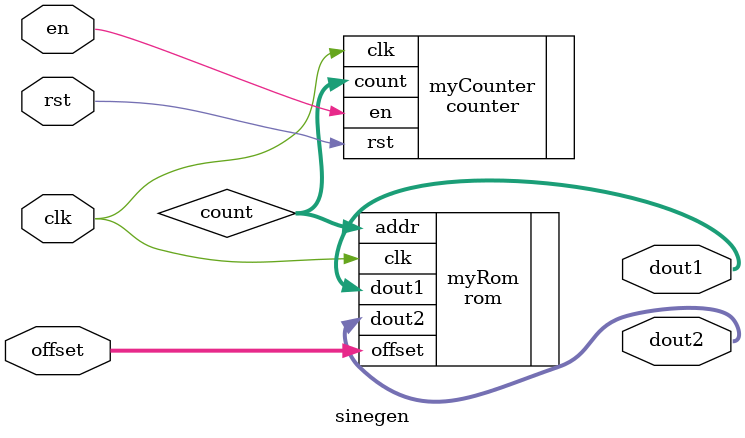
<source format=sv>
module sinegen #(
    parameter WIDTH = 8
)(
    input logic     clk,
    input logic     rst,
    input logic     en,
    input logic  [WIDTH - 1:0]    offset,
    output logic [WIDTH - 1:0]    dout1,
    output logic [WIDTH - 1:0]    dout2
);

    logic [WIDTH-1:0] count;
    
counter myCounter (
    .clk (clk),
    .rst (rst),
    .en (en),
    .count (count)
);

rom myRom (
    .addr (count),
    .clk (clk),
    .offset (offset),
    .dout1 (dout1),
    .dout2 (dout2)
);

endmodule




</source>
